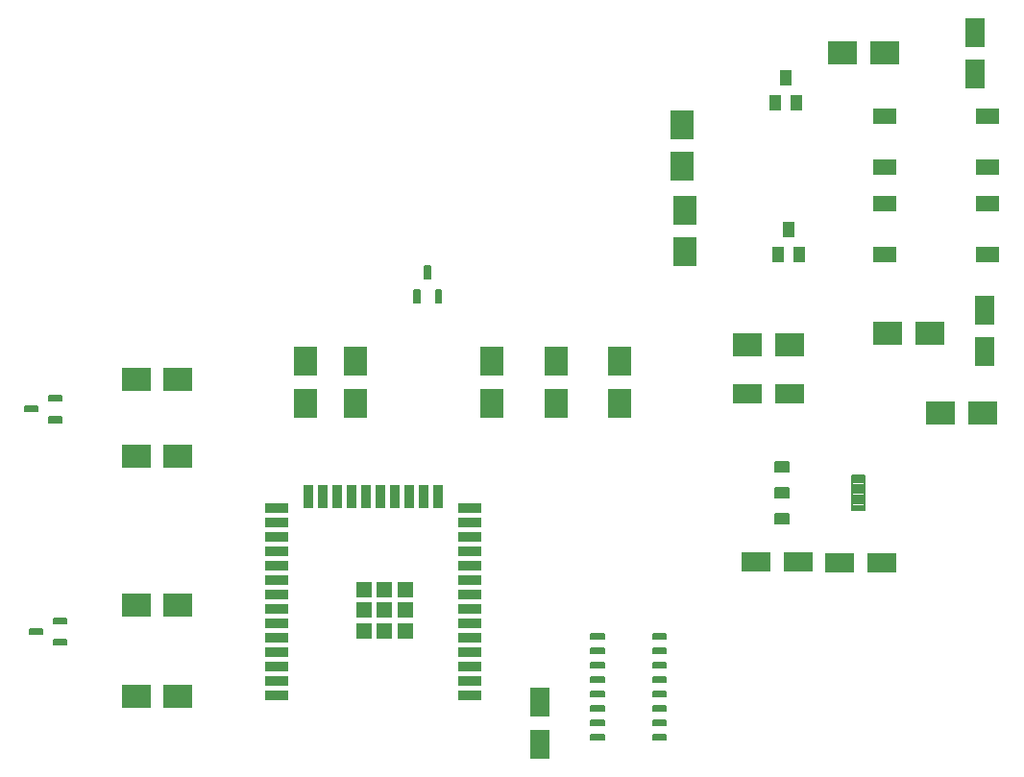
<source format=gbr>
G04 EAGLE Gerber RS-274X export*
G75*
%MOMM*%
%FSLAX34Y34*%
%LPD*%
%INSolderpaste Top*%
%IPPOS*%
%AMOC8*
5,1,8,0,0,1.08239X$1,22.5*%
G01*
%ADD10R,2.000000X0.900000*%
%ADD11R,0.900000X2.000000*%
%ADD12R,1.330000X1.330000*%
%ADD13C,0.139500*%
%ADD14C,0.196500*%
%ADD15R,2.500000X1.800000*%
%ADD16R,2.500000X2.000000*%
%ADD17C,0.155000*%
%ADD18R,1.800000X2.500000*%
%ADD19R,2.000000X2.500000*%
%ADD20R,1.000000X1.400000*%
%ADD21C,0.150000*%
%ADD22R,2.100000X1.400000*%


D10*
X629580Y84930D03*
X629580Y97630D03*
X629580Y110330D03*
X629580Y123030D03*
X629580Y135730D03*
X629580Y148430D03*
X629580Y161130D03*
X629580Y173830D03*
X629580Y186530D03*
X629580Y199230D03*
X629580Y211930D03*
X629580Y224630D03*
X629580Y237330D03*
X629580Y250030D03*
D11*
X601730Y260030D03*
X589030Y260030D03*
X576330Y260030D03*
X563630Y260030D03*
X550930Y260030D03*
X538230Y260030D03*
X525530Y260030D03*
X512830Y260030D03*
X500130Y260030D03*
X487430Y260030D03*
D10*
X459580Y250030D03*
X459580Y237330D03*
X459580Y224630D03*
X459580Y211930D03*
X459580Y199230D03*
X459580Y186530D03*
X459580Y173830D03*
X459580Y161130D03*
X459580Y148430D03*
X459580Y135730D03*
X459580Y123030D03*
X459580Y110330D03*
X459580Y97630D03*
X459580Y84930D03*
D12*
X572930Y141580D03*
X554580Y141580D03*
X536230Y141580D03*
X572930Y159930D03*
X554580Y159930D03*
X536230Y159930D03*
X572930Y178280D03*
X554580Y178280D03*
X536230Y178280D03*
D13*
X899227Y282345D02*
X910933Y282345D01*
X899227Y282345D02*
X899227Y290251D01*
X910933Y290251D01*
X910933Y282345D01*
X910933Y283670D02*
X899227Y283670D01*
X899227Y284995D02*
X910933Y284995D01*
X910933Y286320D02*
X899227Y286320D01*
X899227Y287645D02*
X910933Y287645D01*
X910933Y288970D02*
X899227Y288970D01*
X899227Y259445D02*
X910933Y259445D01*
X899227Y259445D02*
X899227Y267351D01*
X910933Y267351D01*
X910933Y259445D01*
X910933Y260770D02*
X899227Y260770D01*
X899227Y262095D02*
X910933Y262095D01*
X910933Y263420D02*
X899227Y263420D01*
X899227Y264745D02*
X910933Y264745D01*
X910933Y266070D02*
X899227Y266070D01*
X899227Y236545D02*
X910933Y236545D01*
X899227Y236545D02*
X899227Y244451D01*
X910933Y244451D01*
X910933Y236545D01*
X910933Y237870D02*
X899227Y237870D01*
X899227Y239195D02*
X910933Y239195D01*
X910933Y240520D02*
X899227Y240520D01*
X899227Y241845D02*
X910933Y241845D01*
X910933Y243170D02*
X899227Y243170D01*
D14*
X966412Y248180D02*
X977548Y248180D01*
X966412Y248180D02*
X966412Y278616D01*
X977548Y278616D01*
X977548Y248180D01*
X977548Y250047D02*
X966412Y250047D01*
X966412Y251914D02*
X977548Y251914D01*
X977548Y253781D02*
X966412Y253781D01*
X966412Y255648D02*
X977548Y255648D01*
X977548Y257515D02*
X966412Y257515D01*
X966412Y259382D02*
X977548Y259382D01*
X977548Y261249D02*
X966412Y261249D01*
X966412Y263116D02*
X977548Y263116D01*
X977548Y264983D02*
X966412Y264983D01*
X966412Y266850D02*
X977548Y266850D01*
X977548Y268717D02*
X966412Y268717D01*
X966412Y270584D02*
X977548Y270584D01*
X977548Y272451D02*
X966412Y272451D01*
X966412Y274318D02*
X977548Y274318D01*
X977548Y276185D02*
X966412Y276185D01*
X966412Y278052D02*
X977548Y278052D01*
D15*
X874818Y350774D03*
X911818Y350774D03*
X919184Y202184D03*
X882184Y202184D03*
D16*
X1044786Y333756D03*
X1081786Y333756D03*
D17*
X747895Y121881D02*
X736345Y121881D01*
X736345Y126531D01*
X747895Y126531D01*
X747895Y121881D01*
X747895Y123353D02*
X736345Y123353D01*
X736345Y124825D02*
X747895Y124825D01*
X747895Y126297D02*
X736345Y126297D01*
X791345Y96481D02*
X802895Y96481D01*
X791345Y96481D02*
X791345Y101131D01*
X802895Y101131D01*
X802895Y96481D01*
X802895Y97953D02*
X791345Y97953D01*
X791345Y99425D02*
X802895Y99425D01*
X802895Y100897D02*
X791345Y100897D01*
X747895Y134581D02*
X736345Y134581D01*
X736345Y139231D01*
X747895Y139231D01*
X747895Y134581D01*
X747895Y136053D02*
X736345Y136053D01*
X736345Y137525D02*
X747895Y137525D01*
X747895Y138997D02*
X736345Y138997D01*
X736345Y109181D02*
X747895Y109181D01*
X736345Y109181D02*
X736345Y113831D01*
X747895Y113831D01*
X747895Y109181D01*
X747895Y110653D02*
X736345Y110653D01*
X736345Y112125D02*
X747895Y112125D01*
X747895Y113597D02*
X736345Y113597D01*
X736345Y96481D02*
X747895Y96481D01*
X736345Y96481D02*
X736345Y101131D01*
X747895Y101131D01*
X747895Y96481D01*
X747895Y97953D02*
X736345Y97953D01*
X736345Y99425D02*
X747895Y99425D01*
X747895Y100897D02*
X736345Y100897D01*
X791345Y109181D02*
X802895Y109181D01*
X791345Y109181D02*
X791345Y113831D01*
X802895Y113831D01*
X802895Y109181D01*
X802895Y110653D02*
X791345Y110653D01*
X791345Y112125D02*
X802895Y112125D01*
X802895Y113597D02*
X791345Y113597D01*
X791345Y83781D02*
X802895Y83781D01*
X791345Y83781D02*
X791345Y88431D01*
X802895Y88431D01*
X802895Y83781D01*
X802895Y85253D02*
X791345Y85253D01*
X791345Y86725D02*
X802895Y86725D01*
X802895Y88197D02*
X791345Y88197D01*
X791345Y71081D02*
X802895Y71081D01*
X791345Y71081D02*
X791345Y75731D01*
X802895Y75731D01*
X802895Y71081D01*
X802895Y72553D02*
X791345Y72553D01*
X791345Y74025D02*
X802895Y74025D01*
X802895Y75497D02*
X791345Y75497D01*
X747895Y71081D02*
X736345Y71081D01*
X736345Y75731D01*
X747895Y75731D01*
X747895Y71081D01*
X747895Y72553D02*
X736345Y72553D01*
X736345Y74025D02*
X747895Y74025D01*
X747895Y75497D02*
X736345Y75497D01*
X791345Y45681D02*
X802895Y45681D01*
X791345Y45681D02*
X791345Y50331D01*
X802895Y50331D01*
X802895Y45681D01*
X802895Y47153D02*
X791345Y47153D01*
X791345Y48625D02*
X802895Y48625D01*
X802895Y50097D02*
X791345Y50097D01*
X747895Y83781D02*
X736345Y83781D01*
X736345Y88431D01*
X747895Y88431D01*
X747895Y83781D01*
X747895Y85253D02*
X736345Y85253D01*
X736345Y86725D02*
X747895Y86725D01*
X747895Y88197D02*
X736345Y88197D01*
X736345Y58381D02*
X747895Y58381D01*
X736345Y58381D02*
X736345Y63031D01*
X747895Y63031D01*
X747895Y58381D01*
X747895Y59853D02*
X736345Y59853D01*
X736345Y61325D02*
X747895Y61325D01*
X747895Y62797D02*
X736345Y62797D01*
X791345Y58381D02*
X802895Y58381D01*
X791345Y58381D02*
X791345Y63031D01*
X802895Y63031D01*
X802895Y58381D01*
X802895Y59853D02*
X791345Y59853D01*
X791345Y61325D02*
X802895Y61325D01*
X802895Y62797D02*
X791345Y62797D01*
X747895Y45681D02*
X736345Y45681D01*
X736345Y50331D01*
X747895Y50331D01*
X747895Y45681D01*
X747895Y47153D02*
X736345Y47153D01*
X736345Y48625D02*
X747895Y48625D01*
X747895Y50097D02*
X736345Y50097D01*
X791345Y121881D02*
X802895Y121881D01*
X791345Y121881D02*
X791345Y126531D01*
X802895Y126531D01*
X802895Y121881D01*
X802895Y123353D02*
X791345Y123353D01*
X791345Y124825D02*
X802895Y124825D01*
X802895Y126297D02*
X791345Y126297D01*
X791345Y134581D02*
X802895Y134581D01*
X791345Y134581D02*
X791345Y139231D01*
X802895Y139231D01*
X802895Y134581D01*
X802895Y136053D02*
X791345Y136053D01*
X791345Y137525D02*
X802895Y137525D01*
X802895Y138997D02*
X791345Y138997D01*
D18*
X691642Y78698D03*
X691642Y41698D03*
D19*
X706144Y379180D03*
X706144Y342180D03*
X762254Y379180D03*
X762254Y342180D03*
D16*
X874818Y393954D03*
X911818Y393954D03*
X958384Y651510D03*
X995384Y651510D03*
D18*
X1075478Y669248D03*
X1075478Y632248D03*
D16*
X998008Y404368D03*
X1035008Y404368D03*
D18*
X1083606Y387646D03*
X1083606Y424646D03*
D19*
X529336Y342180D03*
X529336Y379180D03*
X485140Y342180D03*
X485140Y379180D03*
D15*
X993098Y201676D03*
X956098Y201676D03*
D20*
X908304Y629236D03*
X917804Y607236D03*
X898804Y607236D03*
X910844Y495378D03*
X920344Y473378D03*
X901344Y473378D03*
D19*
X817118Y550968D03*
X817118Y587968D03*
X819150Y512784D03*
X819150Y475784D03*
D21*
X270000Y330062D02*
X259200Y330062D01*
X270000Y330062D02*
X270000Y325562D01*
X259200Y325562D01*
X259200Y330062D01*
X259200Y326987D02*
X270000Y326987D01*
X270000Y328412D02*
X259200Y328412D01*
X259200Y329837D02*
X270000Y329837D01*
X248800Y339562D02*
X238000Y339562D01*
X248800Y339562D02*
X248800Y335062D01*
X238000Y335062D01*
X238000Y339562D01*
X238000Y336487D02*
X248800Y336487D01*
X248800Y337912D02*
X238000Y337912D01*
X238000Y339337D02*
X248800Y339337D01*
X259200Y349062D02*
X270000Y349062D01*
X270000Y344562D01*
X259200Y344562D01*
X259200Y349062D01*
X259200Y345987D02*
X270000Y345987D01*
X270000Y347412D02*
X259200Y347412D01*
X259200Y348837D02*
X270000Y348837D01*
D16*
X335576Y295910D03*
X372576Y295910D03*
X335576Y363474D03*
X372576Y363474D03*
D21*
X274064Y133974D02*
X263264Y133974D01*
X274064Y133974D02*
X274064Y129474D01*
X263264Y129474D01*
X263264Y133974D01*
X263264Y130899D02*
X274064Y130899D01*
X274064Y132324D02*
X263264Y132324D01*
X263264Y133749D02*
X274064Y133749D01*
X252864Y143474D02*
X242064Y143474D01*
X252864Y143474D02*
X252864Y138974D01*
X242064Y138974D01*
X242064Y143474D01*
X242064Y140399D02*
X252864Y140399D01*
X252864Y141824D02*
X242064Y141824D01*
X242064Y143249D02*
X252864Y143249D01*
X263264Y152974D02*
X274064Y152974D01*
X274064Y148474D01*
X263264Y148474D01*
X263264Y152974D01*
X263264Y149899D02*
X274064Y149899D01*
X274064Y151324D02*
X263264Y151324D01*
X263264Y152749D02*
X274064Y152749D01*
D16*
X335576Y84328D03*
X372576Y84328D03*
X335576Y164084D03*
X372576Y164084D03*
D21*
X585332Y431040D02*
X585332Y441840D01*
X585332Y431040D02*
X580832Y431040D01*
X580832Y441840D01*
X585332Y441840D01*
X585332Y432465D02*
X580832Y432465D01*
X580832Y433890D02*
X585332Y433890D01*
X585332Y435315D02*
X580832Y435315D01*
X580832Y436740D02*
X585332Y436740D01*
X585332Y438165D02*
X580832Y438165D01*
X580832Y439590D02*
X585332Y439590D01*
X585332Y441015D02*
X580832Y441015D01*
X594832Y452240D02*
X594832Y463040D01*
X594832Y452240D02*
X590332Y452240D01*
X590332Y463040D01*
X594832Y463040D01*
X594832Y453665D02*
X590332Y453665D01*
X590332Y455090D02*
X594832Y455090D01*
X594832Y456515D02*
X590332Y456515D01*
X590332Y457940D02*
X594832Y457940D01*
X594832Y459365D02*
X590332Y459365D01*
X590332Y460790D02*
X594832Y460790D01*
X594832Y462215D02*
X590332Y462215D01*
X604332Y441840D02*
X604332Y431040D01*
X599832Y431040D01*
X599832Y441840D01*
X604332Y441840D01*
X604332Y432465D02*
X599832Y432465D01*
X599832Y433890D02*
X604332Y433890D01*
X604332Y435315D02*
X599832Y435315D01*
X599832Y436740D02*
X604332Y436740D01*
X604332Y438165D02*
X599832Y438165D01*
X599832Y439590D02*
X604332Y439590D01*
X604332Y441015D02*
X599832Y441015D01*
D19*
X648970Y342180D03*
X648970Y379180D03*
D22*
X1086414Y595646D03*
X1086414Y550646D03*
X995414Y550646D03*
X995414Y595646D03*
X995428Y473560D03*
X995428Y518560D03*
X1086428Y518560D03*
X1086428Y473560D03*
M02*

</source>
